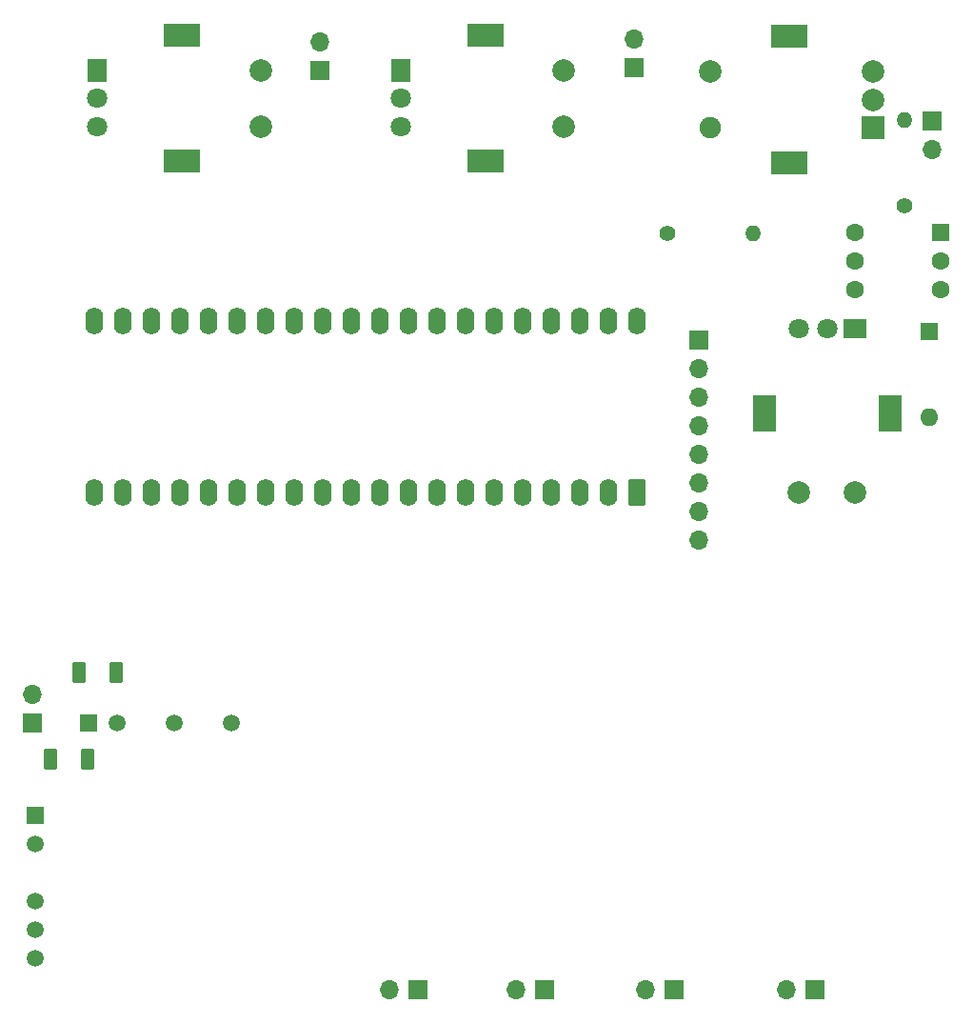
<source format=gbr>
%TF.GenerationSoftware,KiCad,Pcbnew,9.0.1*%
%TF.CreationDate,2025-05-23T09:46:46+02:00*%
%TF.ProjectId,PENDAII-Hardware,50454e44-4149-4492-9d48-617264776172,rev?*%
%TF.SameCoordinates,Original*%
%TF.FileFunction,Soldermask,Top*%
%TF.FilePolarity,Negative*%
%FSLAX46Y46*%
G04 Gerber Fmt 4.6, Leading zero omitted, Abs format (unit mm)*
G04 Created by KiCad (PCBNEW 9.0.1) date 2025-05-23 09:46:46*
%MOMM*%
%LPD*%
G01*
G04 APERTURE LIST*
G04 Aperture macros list*
%AMRoundRect*
0 Rectangle with rounded corners*
0 $1 Rounding radius*
0 $2 $3 $4 $5 $6 $7 $8 $9 X,Y pos of 4 corners*
0 Add a 4 corners polygon primitive as box body*
4,1,4,$2,$3,$4,$5,$6,$7,$8,$9,$2,$3,0*
0 Add four circle primitives for the rounded corners*
1,1,$1+$1,$2,$3*
1,1,$1+$1,$4,$5*
1,1,$1+$1,$6,$7*
1,1,$1+$1,$8,$9*
0 Add four rect primitives between the rounded corners*
20,1,$1+$1,$2,$3,$4,$5,0*
20,1,$1+$1,$4,$5,$6,$7,0*
20,1,$1+$1,$6,$7,$8,$9,0*
20,1,$1+$1,$8,$9,$2,$3,0*%
G04 Aperture macros list end*
%ADD10R,2.000000X2.000000*%
%ADD11C,2.000000*%
%ADD12R,3.200000X2.000000*%
%ADD13C,1.900000*%
%ADD14C,1.400000*%
%ADD15O,1.400000X1.400000*%
%ADD16R,1.700000X1.700000*%
%ADD17O,1.700000X1.700000*%
%ADD18RoundRect,0.250000X-0.362500X-0.700000X0.362500X-0.700000X0.362500X0.700000X-0.362500X0.700000X0*%
%ADD19R,1.800000X2.000000*%
%ADD20C,1.800000*%
%ADD21R,2.000000X1.800000*%
%ADD22R,2.000000X3.200000*%
%ADD23RoundRect,0.250000X0.550000X-0.950000X0.550000X0.950000X-0.550000X0.950000X-0.550000X-0.950000X0*%
%ADD24O,1.600000X2.400000*%
%ADD25R,1.600000X1.600000*%
%ADD26O,1.600000X1.600000*%
%ADD27R,1.500000X1.500000*%
%ADD28C,1.500000*%
%ADD29RoundRect,0.250000X0.550000X0.550000X-0.550000X0.550000X-0.550000X-0.550000X0.550000X-0.550000X0*%
%ADD30C,1.600000*%
G04 APERTURE END LIST*
D10*
%TO.C,SW3*%
X116500000Y-45100000D03*
D11*
X116500000Y-40100000D03*
X116500000Y-42600000D03*
D12*
X109000000Y-48200000D03*
X109000000Y-37000000D03*
D11*
X102000000Y-40100000D03*
D13*
X102000000Y-45100000D03*
%TD*%
D14*
%TO.C,R26*%
X119250000Y-52060000D03*
D15*
X119250000Y-44440000D03*
%TD*%
D16*
%TO.C,U6*%
X100975000Y-63960000D03*
D17*
X100975000Y-66500000D03*
X100975000Y-69040000D03*
X100975000Y-71580000D03*
X100975000Y-74120000D03*
X100975000Y-76660000D03*
X100975000Y-79200000D03*
X100975000Y-81740000D03*
%TD*%
D18*
%TO.C,FB1*%
X43337500Y-101250000D03*
X46662500Y-101250000D03*
%TD*%
D19*
%TO.C,SW2*%
X74500000Y-40000000D03*
D20*
X74500000Y-45000000D03*
X74500000Y-42500000D03*
D12*
X82000000Y-36900000D03*
X82000000Y-48100000D03*
D11*
X89000000Y-45000000D03*
X89000000Y-40000000D03*
%TD*%
D19*
%TO.C,SW4*%
X47500000Y-40000000D03*
D20*
X47500000Y-45000000D03*
X47500000Y-42500000D03*
D12*
X55000000Y-36900000D03*
X55000000Y-48100000D03*
D11*
X62000000Y-45000000D03*
X62000000Y-40000000D03*
%TD*%
D21*
%TO.C,SW1*%
X114900000Y-63000000D03*
D20*
X109900000Y-63000000D03*
X112400000Y-63000000D03*
D22*
X118000000Y-70500000D03*
X106800000Y-70500000D03*
D11*
X109900000Y-77500000D03*
X114900000Y-77500000D03*
%TD*%
D18*
%TO.C,FB2*%
X45837500Y-93500000D03*
X49162500Y-93500000D03*
%TD*%
D16*
%TO.C,J8*%
X41750000Y-98000000D03*
D17*
X41750000Y-95460000D03*
%TD*%
D14*
%TO.C,R25*%
X98190000Y-54500000D03*
D15*
X105810000Y-54500000D03*
%TD*%
D23*
%TO.C,U3*%
X95510000Y-77500000D03*
D24*
X92970000Y-77500000D03*
X90430000Y-77500000D03*
X87890000Y-77500000D03*
X85350000Y-77500000D03*
X82810000Y-77500000D03*
X80270000Y-77500000D03*
X77730000Y-77500000D03*
X75190000Y-77500000D03*
X72650000Y-77500000D03*
X70110000Y-77500000D03*
X67570000Y-77500000D03*
X65030000Y-77500000D03*
X62490000Y-77500000D03*
X59950000Y-77500000D03*
X57410000Y-77500000D03*
X54870000Y-77500000D03*
X52330000Y-77500000D03*
X49790000Y-77500000D03*
X47250000Y-77500000D03*
X47250000Y-62260000D03*
X49790000Y-62260000D03*
X52330000Y-62260000D03*
X54870000Y-62260000D03*
X57410000Y-62260000D03*
X59950000Y-62260000D03*
X62490000Y-62260000D03*
X65030000Y-62260000D03*
X67570000Y-62260000D03*
X70110000Y-62260000D03*
X72650000Y-62260000D03*
X75190000Y-62260000D03*
X77730000Y-62260000D03*
X80270000Y-62260000D03*
X82810000Y-62260000D03*
X85350000Y-62260000D03*
X87890000Y-62260000D03*
X90430000Y-62260000D03*
X92970000Y-62260000D03*
X95510000Y-62260000D03*
%TD*%
D16*
%TO.C,J2*%
X87290000Y-121750000D03*
D17*
X84750000Y-121750000D03*
%TD*%
D25*
%TO.C,D1*%
X121500000Y-63190000D03*
D26*
X121500000Y-70810000D03*
%TD*%
D16*
%TO.C,J6*%
X95250000Y-39775000D03*
D17*
X95250000Y-37235000D03*
%TD*%
D27*
%TO.C,PS2*%
X46710000Y-98000000D03*
D28*
X49250000Y-98000000D03*
X54330000Y-98000000D03*
X59410000Y-98000000D03*
%TD*%
D16*
%TO.C,J3*%
X111275000Y-121750000D03*
D17*
X108735000Y-121750000D03*
%TD*%
D29*
%TO.C,U7*%
X122500000Y-54420000D03*
D30*
X122500000Y-56960000D03*
X122500000Y-59500000D03*
X114880000Y-59500000D03*
X114880000Y-56960000D03*
X114880000Y-54420000D03*
%TD*%
D16*
%TO.C,J1*%
X76025000Y-121750000D03*
D17*
X73485000Y-121750000D03*
%TD*%
D16*
%TO.C,J7*%
X121750000Y-44475000D03*
D17*
X121750000Y-47015000D03*
%TD*%
D27*
%TO.C,PS1*%
X41987500Y-106187500D03*
D28*
X41987500Y-108727500D03*
X41987500Y-113807500D03*
X41987500Y-116347500D03*
X41987500Y-118887500D03*
%TD*%
D16*
%TO.C,J4*%
X98775000Y-121750000D03*
D17*
X96235000Y-121750000D03*
%TD*%
D16*
%TO.C,J5*%
X67250000Y-40025000D03*
D17*
X67250000Y-37485000D03*
%TD*%
M02*

</source>
